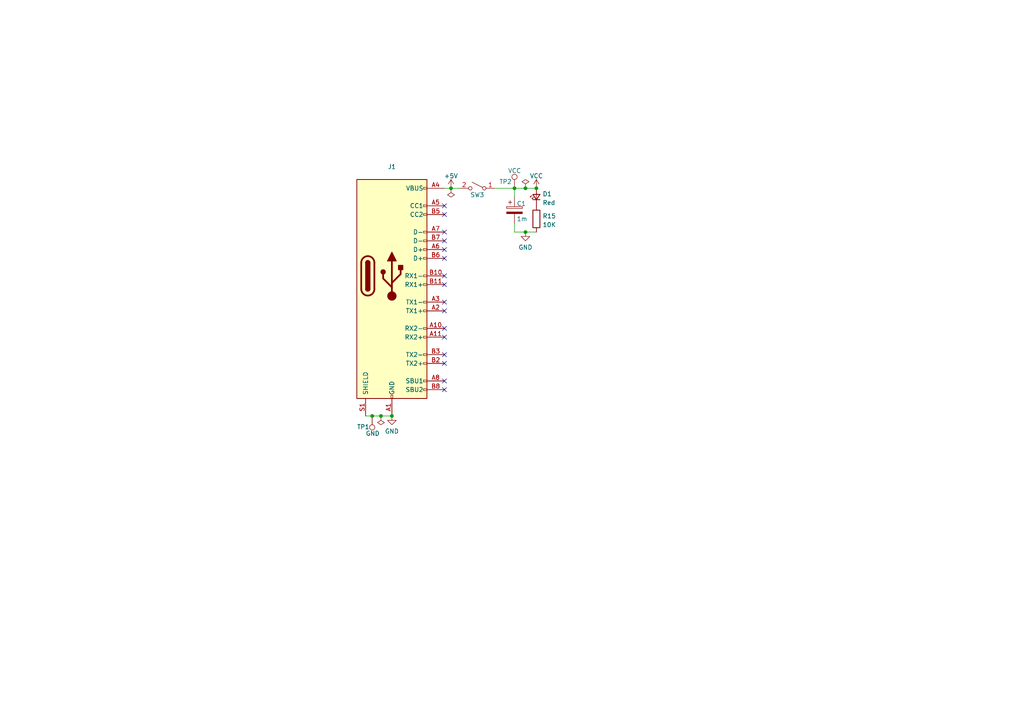
<source format=kicad_sch>
(kicad_sch (version 20211123) (generator eeschema)
  (paper "A4")
  (lib_symbols
    (symbol "Connector:TestPoint" (pin_numbers hide) (pin_names (offset 0.762) hide)
      (property "Reference" "TP" (at 0 6.858 0))
      (property "Value" "TestPoint" (at 0 5.08 0))
      (symbol "TestPoint_0_1"
        (circle (center 0 3.302) (radius 0.762))
      )
      (symbol "TestPoint_1_1"
        (pin passive line (at 0 0 90) (length 2.54) (name "1") (number "1"))
      )
    )
    (symbol "Connector:USB_C_Receptacle" (pin_names (offset 1.016))
      (property "Reference" "J" (at -10.16 29.21 0))
      (property "Value" "USB_C_Receptacle" (at 10.16 29.21 0))
      (symbol "USB_C_Receptacle_0_0"
        (rectangle (start -0.254 -35.56) (end 0.254 -34.544))
        (rectangle (start 10.16 -32.766) (end 9.144 -33.274))
        (rectangle (start 10.16 -30.226) (end 9.144 -30.734))
        (rectangle (start 10.16 -25.146) (end 9.144 -25.654))
        (rectangle (start 10.16 -22.606) (end 9.144 -23.114))
        (rectangle (start 10.16 -17.526) (end 9.144 -18.034))
        (rectangle (start 10.16 -14.986) (end 9.144 -15.494))
        (rectangle (start 10.16 -9.906) (end 9.144 -10.414))
        (rectangle (start 10.16 -7.366) (end 9.144 -7.874))
        (rectangle (start 10.16 -2.286) (end 9.144 -2.794))
        (rectangle (start 10.16 0.254) (end 9.144 -0.254))
        (rectangle (start 10.16 5.334) (end 9.144 4.826))
        (rectangle (start 10.16 7.874) (end 9.144 7.366))
        (rectangle (start 10.16 10.414) (end 9.144 9.906))
        (rectangle (start 10.16 12.954) (end 9.144 12.446))
        (rectangle (start 10.16 18.034) (end 9.144 17.526))
        (rectangle (start 10.16 20.574) (end 9.144 20.066))
        (rectangle (start 10.16 25.654) (end 9.144 25.146))
      )
      (symbol "USB_C_Receptacle_0_1"
        (rectangle (start -10.16 27.94) (end 10.16 -35.56) (stroke (width 0.254)) (fill (type background)))
        (arc (start -8.89 -3.81) (mid -6.985 -5.715) (end -5.08 -3.81) (stroke (width 0.508)))
        (arc (start -7.62 -3.81) (mid -6.985 -4.445) (end -6.35 -3.81) (stroke (width 0.254)))
        (arc (start -7.62 -3.81) (mid -6.985 -4.445) (end -6.35 -3.81) (stroke (width 0.254)) (fill (type outline)))
        (rectangle (start -7.62 -3.81) (end -6.35 3.81) (stroke (width 0.254)) (fill (type outline)))
        (arc (start -6.35 3.81) (mid -6.985 4.445) (end -7.62 3.81) (stroke (width 0.254)))
        (arc (start -6.35 3.81) (mid -6.985 4.445) (end -7.62 3.81) (stroke (width 0.254)) (fill (type outline)))
        (arc (start -5.08 3.81) (mid -6.985 5.715) (end -8.89 3.81) (stroke (width 0.508)))
        (polyline (pts (xy -8.89 -3.81) (xy -8.89 3.81)) (stroke (width 0.508)))
        (polyline (pts (xy -5.08 3.81) (xy -5.08 -3.81)) (stroke (width 0.508)))
      )
      (symbol "USB_C_Receptacle_1_1"
        (circle (center -2.54 1.143) (radius 0.635) (stroke (width 0.254)) (fill (type outline)))
        (circle (center 0 -5.842) (radius 1.27) (fill (type outline)))
        (polyline (pts (xy 0 -5.842) (xy 0 4.318)) (stroke (width 0.508)))
        (polyline (pts (xy 0 -3.302) (xy -2.54 -0.762) (xy -2.54 0.508)) (stroke (width 0.508)))
        (polyline (pts (xy 0 -2.032) (xy 2.54 0.508) (xy 2.54 1.778)) (stroke (width 0.508)))
        (polyline (pts (xy -1.27 4.318) (xy 0 6.858) (xy 1.27 4.318) (xy -1.27 4.318)) (stroke (width 0.254)) (fill (type outline)))
        (rectangle (start 1.905 1.778) (end 3.175 3.048) (stroke (width 0.254)) (fill (type outline)))
        (pin passive line (at 0 -40.64 90) (length 5.08) (name "GND") (number "A1"))
        (pin bidirectional line (at 15.24 -15.24 180) (length 5.08) (name "RX2-") (number "A10"))
        (pin bidirectional line (at 15.24 -17.78 180) (length 5.08) (name "RX2+") (number "A11"))
        (pin passive line (at 0 -40.64 90) (length 5.08) hide (name "GND") (number "A12"))
        (pin bidirectional line (at 15.24 -10.16 180) (length 5.08) (name "TX1+") (number "A2"))
        (pin bidirectional line (at 15.24 -7.62 180) (length 5.08) (name "TX1-") (number "A3"))
        (pin passive line (at 15.24 25.4 180) (length 5.08) (name "VBUS") (number "A4"))
        (pin bidirectional line (at 15.24 20.32 180) (length 5.08) (name "CC1") (number "A5"))
        (pin bidirectional line (at 15.24 7.62 180) (length 5.08) (name "D+") (number "A6"))
        (pin bidirectional line (at 15.24 12.7 180) (length 5.08) (name "D-") (number "A7"))
        (pin bidirectional line (at 15.24 -30.48 180) (length 5.08) (name "SBU1") (number "A8"))
        (pin passive line (at 15.24 25.4 180) (length 5.08) hide (name "VBUS") (number "A9"))
        (pin passive line (at 0 -40.64 90) (length 5.08) hide (name "GND") (number "B1"))
        (pin bidirectional line (at 15.24 0 180) (length 5.08) (name "RX1-") (number "B10"))
        (pin bidirectional line (at 15.24 -2.54 180) (length 5.08) (name "RX1+") (number "B11"))
        (pin passive line (at 0 -40.64 90) (length 5.08) hide (name "GND") (number "B12"))
        (pin bidirectional line (at 15.24 -25.4 180) (length 5.08) (name "TX2+") (number "B2"))
        (pin bidirectional line (at 15.24 -22.86 180) (length 5.08) (name "TX2-") (number "B3"))
        (pin passive line (at 15.24 25.4 180) (length 5.08) hide (name "VBUS") (number "B4"))
        (pin bidirectional line (at 15.24 17.78 180) (length 5.08) (name "CC2") (number "B5"))
        (pin bidirectional line (at 15.24 5.08 180) (length 5.08) (name "D+") (number "B6"))
        (pin bidirectional line (at 15.24 10.16 180) (length 5.08) (name "D-") (number "B7"))
        (pin bidirectional line (at 15.24 -33.02 180) (length 5.08) (name "SBU2") (number "B8"))
        (pin passive line (at 15.24 25.4 180) (length 5.08) hide (name "VBUS") (number "B9"))
        (pin passive line (at -7.62 -40.64 90) (length 5.08) (name "SHIELD") (number "S1"))
      )
    )
    (symbol "Device:C_Polarized" (pin_numbers hide) (pin_names (offset 0.254))
      (property "Reference" "C" (at 0.635 2.54 0))
      (property "Value" "C_Polarized" (at 0.635 -2.54 0))
      (symbol "C_Polarized_0_1"
        (rectangle (start -2.286 0.508) (end 2.286 1.016))
        (polyline (pts (xy -1.778 2.286) (xy -0.762 2.286)))
        (polyline (pts (xy -1.27 2.794) (xy -1.27 1.778)))
        (rectangle (start 2.286 -0.508) (end -2.286 -1.016) (fill (type outline)))
      )
      (symbol "C_Polarized_1_1"
        (pin passive line (at 0 3.81 270) (length 2.794) (name "~") (number "1"))
        (pin passive line (at 0 -3.81 90) (length 2.794) (name "~") (number "2"))
      )
    )
    (symbol "Device:LED_Small" (pin_numbers hide) (pin_names (offset 0.254) hide)
      (property "Reference" "D" (at -1.27 3.175 0))
      (property "Value" "LED_Small" (at -4.445 -2.54 0))
      (symbol "LED_Small_0_1"
        (polyline (pts (xy -0.762 -1.016) (xy -0.762 1.016)) (stroke (width 0.254)))
        (polyline (pts (xy 1.016 0) (xy -0.762 0)))
        (polyline (pts (xy 0.762 -1.016) (xy -0.762 0) (xy 0.762 1.016) (xy 0.762 -1.016)) (stroke (width 0.254)))
        (polyline (pts (xy 0 0.762) (xy -0.508 1.27) (xy -0.254 1.27) (xy -0.508 1.27) (xy -0.508 1.016)))
        (polyline (pts (xy 0.508 1.27) (xy 0 1.778) (xy 0.254 1.778) (xy 0 1.778) (xy 0 1.524)))
      )
      (symbol "LED_Small_1_1"
        (pin passive line (at -2.54 0 0) (length 1.778) (name "K") (number "1"))
        (pin passive line (at 2.54 0 180) (length 1.778) (name "A") (number "2"))
      )
    )
    (symbol "Device:R" (pin_numbers hide) (pin_names (offset 0))
      (property "Reference" "R" (at 2.032 0 90))
      (property "Value" "R" (at 0 0 90))
      (symbol "R_0_1"
        (rectangle (start -1.016 -2.54) (end 1.016 2.54) (stroke (width 0.254)))
      )
      (symbol "R_1_1"
        (pin passive line (at 0 3.81 270) (length 1.27) (name "~") (number "1"))
        (pin passive line (at 0 -3.81 90) (length 1.27) (name "~") (number "2"))
      )
    )
    (symbol "Switch:SW_SPST" (pin_names (offset 0) hide)
      (property "Reference" "SW" (at 0 3.175 0))
      (property "Value" "SW_SPST" (at 0 -2.54 0))
      (symbol "SW_SPST_0_0"
        (circle (center -2.032 0) (radius 0.508))
        (polyline (pts (xy -1.524 0.254) (xy 1.524 1.778)))
        (circle (center 2.032 0) (radius 0.508))
      )
      (symbol "SW_SPST_1_1"
        (pin passive line (at -5.08 0 0) (length 2.54) (name "A") (number "1"))
        (pin passive line (at 5.08 0 180) (length 2.54) (name "B") (number "2"))
      )
    )
    (symbol "power:+5V" (power) (pin_names (offset 0))
      (property "Value" "+5V" (at 0 3.556 0))
      (symbol "+5V_0_1"
        (polyline (pts (xy -0.762 1.27) (xy 0 2.54)))
        (polyline (pts (xy 0 0) (xy 0 2.54)))
        (polyline (pts (xy 0 2.54) (xy 0.762 1.27)))
      )
      (symbol "+5V_1_1"
        (pin power_in line (at 0 0 90) (length 0) hide (name "+5V") (number "1"))
      )
    )
    (symbol "power:GND" (power) (pin_names (offset 0))
      (property "Value" "GND" (at 0 -3.81 0))
      (symbol "GND_0_1"
        (polyline (pts (xy 0 0) (xy 0 -1.27) (xy 1.27 -1.27) (xy 0 -2.54) (xy -1.27 -1.27) (xy 0 -1.27)))
      )
      (symbol "GND_1_1"
        (pin power_in line (at 0 0 270) (length 0) hide (name "GND") (number "1"))
      )
    )
    (symbol "power:PWR_FLAG" (power) (pin_numbers hide) (pin_names (offset 0) hide)
      (property "Value" "PWR_FLAG" (at 0 3.81 0))
      (symbol "PWR_FLAG_0_0"
        (pin power_out line (at 0 0 90) (length 0) (name "pwr") (number "1"))
      )
      (symbol "PWR_FLAG_0_1"
        (polyline (pts (xy 0 0) (xy 0 1.27) (xy -1.016 1.905) (xy 0 2.54) (xy 1.016 1.905) (xy 0 1.27)))
      )
    )
    (symbol "power:VCC" (power) (pin_names (offset 0))
      (property "Value" "VCC" (at 0 3.81 0))
      (symbol "VCC_0_1"
        (polyline (pts (xy -0.762 1.27) (xy 0 2.54)))
        (polyline (pts (xy 0 0) (xy 0 2.54)))
        (polyline (pts (xy 0 2.54) (xy 0.762 1.27)))
      )
      (symbol "VCC_1_1"
        (pin power_in line (at 0 0 90) (length 0) hide (name "VCC") (number "1"))
      )
    )
  )
  (junction (at 107.95 120.65))
  (junction (at 149.225 54.61))
  (junction (at 110.49 120.65))
  (junction (at 130.81 54.61))
  (junction (at 152.4 54.61))
  (junction (at 152.4 67.31))
  (junction (at 113.665 120.65))
  (junction (at 155.575 54.61))
  (no_connect (at 128.905 74.93))
  (no_connect (at 128.905 82.55))
  (no_connect (at 128.905 90.17))
  (no_connect (at 128.905 80.01))
  (no_connect (at 128.905 87.63))
  (no_connect (at 128.905 102.87))
  (no_connect (at 128.905 105.41))
  (no_connect (at 128.905 97.79))
  (no_connect (at 128.905 95.25))
  (no_connect (at 128.905 69.85))
  (no_connect (at 128.905 67.31))
  (no_connect (at 128.905 72.39))
  (no_connect (at 128.905 110.49))
  (no_connect (at 128.905 113.03))
  (no_connect (at 128.905 62.23))
  (no_connect (at 128.905 59.69))
  (wire (pts (xy 143.51 54.61) (xy 149.225 54.61)))
  (wire (pts (xy 130.81 54.61) (xy 133.35 54.61)))
  (wire (pts (xy 107.95 120.65) (xy 110.49 120.65)))
  (wire (pts (xy 149.225 54.61) (xy 149.225 57.15)))
  (wire (pts (xy 106.045 120.65) (xy 107.95 120.65)))
  (wire (pts (xy 152.4 54.61) (xy 149.225 54.61)))
  (wire (pts (xy 128.905 54.61) (xy 130.81 54.61)))
  (wire (pts (xy 152.4 54.61) (xy 155.575 54.61)))
  (wire (pts (xy 149.225 64.77) (xy 149.225 67.31)))
  (wire (pts (xy 149.225 67.31) (xy 152.4 67.31)))
  (wire (pts (xy 152.4 67.31) (xy 155.575 67.31)))
  (wire (pts (xy 110.49 120.65) (xy 113.665 120.65)))
  (symbol (lib_id "power:VCC") (at 155.575 54.61 0) (unit 1)
    (property "Reference" "#PWR038" (effects hide))
    (property "Value" "VCC" (at 155.575 51.0342 0))
  )
  (symbol (lib_id "power:PWR_FLAG") (at 152.4 54.61 0) (unit 1)
    (property "Reference" "#FLG02" (effects hide))
    (property "Value" "PWR_FLAG" (effects hide))
  )
  (symbol (lib_id "power:+5V") (at 130.81 54.61 0) (unit 1)
    (property "Reference" "#PWR03" (effects hide))
  )
  (symbol (lib_id "Connector:TestPoint") (at 149.225 54.61 0) (unit 1)
    (property "Reference" "TP2" (at 144.78 52.705 0) (effects (justify left)))
    (property "Value" "VCC" (at 147.32 49.53 0) (effects (justify left)))
    (property "Footprint" "TestPoint:TestPoint_Loop_D2.60mm_Drill1.4mm_Beaded" (effects hide))
  )
  (symbol (lib_id "Device:LED_Small") (at 155.575 57.15 90) (unit 1)
    (property "Reference" "D1" (at 157.353 56.2518 90) (effects (justify right)))
    (property "Value" "Red" (at 157.353 58.7887 90) (effects (justify right)))
    (property "Footprint" "LED_THT:LED_D5.0mm" (effects hide))
  )
  (symbol (lib_id "Connector:TestPoint") (at 107.95 120.65 180) (unit 1)
    (property "Reference" "TP1" (at 103.505 123.825 0) (effects (justify right)))
    (property "Value" "GND" (at 106.045 125.73 0) (effects (justify right)))
    (property "Footprint" "TestPoint:TestPoint_Loop_D2.60mm_Drill1.4mm_Beaded" (effects hide))
  )
  (symbol (lib_id "power:PWR_FLAG") (at 130.81 54.61 180) (unit 1)
    (property "Reference" "#FLG03" (effects hide))
    (property "Value" "PWR_FLAG" (effects hide))
  )
  (symbol (lib_id "power:GND") (at 152.4 67.31 0) (unit 1)
    (property "Reference" "#PWR037" (effects hide))
    (property "Value" "GND" (at 152.4 71.7534 0))
  )
  (symbol (lib_id "power:GND") (at 113.665 120.65 0) (unit 1)
    (property "Reference" "#PWR02" (effects hide))
  )
  (symbol (lib_id "Connector:USB_C_Receptacle") (at 113.665 80.01 0) (unit 1)
    (property "Reference" "J1" (at 113.665 48.3702 0))
    (property "Datasheet" "https://www.usb.org/sites/default/files/documents/usb_type-c.zip" (effects hide))
  )
  (symbol (lib_id "power:PWR_FLAG") (at 110.49 120.65 180) (unit 1)
    (property "Reference" "#FLG01" (effects hide))
  )
  (symbol (lib_id "Device:C_Polarized") (at 149.225 60.96 0) (unit 1)
    (property "Reference" "C1" (at 149.86 59.055 0) (effects (justify left)))
    (property "Value" "1m" (at 149.86 63.5 0) (effects (justify left)))
    (property "Footprint" "Capacitor_THT:CP_Radial_D13.0mm_P5.00mm" (effects hide))
  )
  (symbol (lib_id "Device:R") (at 155.575 63.5 0) (unit 1)
    (property "Reference" "R15" (at 157.353 62.6653 0) (effects (justify left)))
    (property "Value" "10K" (at 157.353 65.2022 0) (effects (justify left)))
    (property "Footprint" "Resistor_THT:R_Axial_DIN0204_L3.6mm_D1.6mm_P5.08mm_Horizontal" (effects hide))
  )
  (symbol (lib_id "Switch:SW_SPST") (at 138.43 54.61 0) (mirror y) (unit 1)
    (property "Reference" "SW3" (at 138.43 56.515 0))
  )
)
</source>
